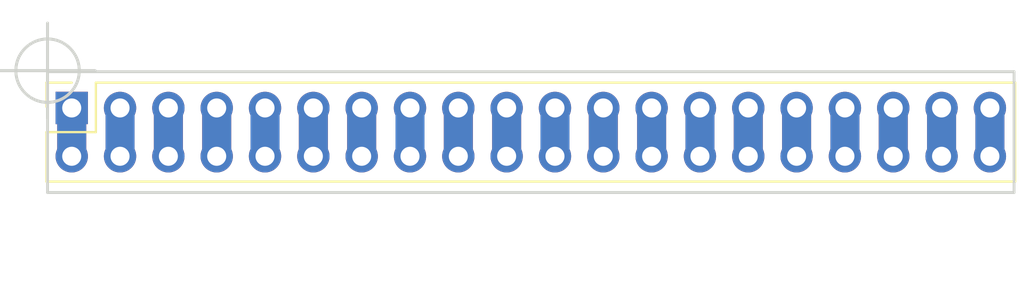
<source format=kicad_pcb>
(kicad_pcb (version 4) (host pcbnew 4.0.6)

  (general
    (links 20)
    (no_connects 0)
    (area 111.8 105.959 165.845001 120.963)
    (thickness 1.6)
    (drawings 6)
    (tracks 40)
    (zones 0)
    (modules 1)
    (nets 21)
  )

  (page USLetter)
  (title_block
    (title "HL2 connector")
    (date 2017-10-10)
    (rev A)
    (company N2ADR)
  )

  (layers
    (0 F.Cu signal)
    (31 B.Cu signal)
    (32 B.Adhes user)
    (33 F.Adhes user)
    (34 B.Paste user)
    (35 F.Paste user)
    (36 B.SilkS user)
    (37 F.SilkS user)
    (38 B.Mask user)
    (39 F.Mask user)
    (40 Dwgs.User user)
    (41 Cmts.User user)
    (42 Eco1.User user)
    (43 Eco2.User user)
    (44 Edge.Cuts user)
    (45 Margin user)
    (46 B.CrtYd user)
    (47 F.CrtYd user)
    (48 B.Fab user)
    (49 F.Fab user)
  )

  (setup
    (last_trace_width 0.25)
    (user_trace_width 1.27)
    (user_trace_width 1.524)
    (trace_clearance 0.2)
    (zone_clearance 0.508)
    (zone_45_only no)
    (trace_min 0.2)
    (segment_width 0.2)
    (edge_width 0.15)
    (via_size 0.6)
    (via_drill 0.4)
    (via_min_size 0.4)
    (via_min_drill 0.3)
    (uvia_size 0.3)
    (uvia_drill 0.1)
    (uvias_allowed no)
    (uvia_min_size 0)
    (uvia_min_drill 0)
    (pcb_text_width 0.3)
    (pcb_text_size 1.5 1.5)
    (mod_edge_width 0.15)
    (mod_text_size 1 1)
    (mod_text_width 0.15)
    (pad_size 1.524 1.524)
    (pad_drill 0.762)
    (pad_to_mask_clearance 0.2)
    (aux_axis_origin 114.3 109.8)
    (visible_elements 7FFFFFFF)
    (pcbplotparams
      (layerselection 0x010f0_80000001)
      (usegerberextensions false)
      (excludeedgelayer true)
      (linewidth 0.100000)
      (plotframeref false)
      (viasonmask false)
      (mode 1)
      (useauxorigin true)
      (hpglpennumber 1)
      (hpglpenspeed 20)
      (hpglpendiameter 15)
      (hpglpenoverlay 2)
      (psnegative false)
      (psa4output false)
      (plotreference false)
      (plotvalue false)
      (plotinvisibletext false)
      (padsonsilk false)
      (subtractmaskfromsilk false)
      (outputformat 1)
      (mirror false)
      (drillshape 0)
      (scaleselection 1)
      (outputdirectory gerber/))
  )

  (net 0 "")
  (net 1 "Net-(P1-Pad1)")
  (net 2 "Net-(P1-Pad3)")
  (net 3 "Net-(P1-Pad5)")
  (net 4 "Net-(P1-Pad7)")
  (net 5 "Net-(P1-Pad10)")
  (net 6 "Net-(P1-Pad11)")
  (net 7 "Net-(P1-Pad13)")
  (net 8 "Net-(P1-Pad15)")
  (net 9 "Net-(P1-Pad17)")
  (net 10 "Net-(P1-Pad19)")
  (net 11 "Net-(P1-Pad21)")
  (net 12 "Net-(P1-Pad23)")
  (net 13 "Net-(P1-Pad25)")
  (net 14 "Net-(P1-Pad27)")
  (net 15 "Net-(P1-Pad29)")
  (net 16 "Net-(P1-Pad31)")
  (net 17 "Net-(P1-Pad33)")
  (net 18 "Net-(P1-Pad35)")
  (net 19 "Net-(P1-Pad37)")
  (net 20 "Net-(P1-Pad39)")

  (net_class Default "This is the default net class."
    (clearance 0.2)
    (trace_width 0.25)
    (via_dia 0.6)
    (via_drill 0.4)
    (uvia_dia 0.3)
    (uvia_drill 0.1)
    (add_net "Net-(P1-Pad1)")
    (add_net "Net-(P1-Pad10)")
    (add_net "Net-(P1-Pad11)")
    (add_net "Net-(P1-Pad13)")
    (add_net "Net-(P1-Pad15)")
    (add_net "Net-(P1-Pad17)")
    (add_net "Net-(P1-Pad19)")
    (add_net "Net-(P1-Pad21)")
    (add_net "Net-(P1-Pad23)")
    (add_net "Net-(P1-Pad25)")
    (add_net "Net-(P1-Pad27)")
    (add_net "Net-(P1-Pad29)")
    (add_net "Net-(P1-Pad3)")
    (add_net "Net-(P1-Pad31)")
    (add_net "Net-(P1-Pad33)")
    (add_net "Net-(P1-Pad35)")
    (add_net "Net-(P1-Pad37)")
    (add_net "Net-(P1-Pad39)")
    (add_net "Net-(P1-Pad5)")
    (add_net "Net-(P1-Pad7)")
  )

  (module Socket_Strips:Socket_Strip_Straight_2x20_Pitch2.54mm (layer F.Cu) (tedit 5A046B26) (tstamp 5A0469A8)
    (at 115.57 111.76 90)
    (descr "Through hole straight socket strip, 2x20, 2.54mm pitch, double rows")
    (tags "Through hole socket strip THT 2x20 2.54mm double row")
    (path /5A0468E7)
    (fp_text reference P1 (at -8.128 27.432 180) (layer F.SilkS) hide
      (effects (font (size 1 1) (thickness 0.15)))
    )
    (fp_text value Conn_02x20_Odd_Even (at 4.826 28.194 180) (layer F.Fab)
      (effects (font (size 1 1) (thickness 0.15)))
    )
    (fp_line (start -3.81 -1.27) (end -3.81 49.53) (layer F.Fab) (width 0.1))
    (fp_line (start -3.81 49.53) (end 1.27 49.53) (layer F.Fab) (width 0.1))
    (fp_line (start 1.27 49.53) (end 1.27 -1.27) (layer F.Fab) (width 0.1))
    (fp_line (start 1.27 -1.27) (end -3.81 -1.27) (layer F.Fab) (width 0.1))
    (fp_line (start 1.33 1.27) (end 1.33 49.59) (layer F.SilkS) (width 0.12))
    (fp_line (start 1.33 49.59) (end -3.87 49.59) (layer F.SilkS) (width 0.12))
    (fp_line (start -3.87 49.59) (end -3.87 -1.33) (layer F.SilkS) (width 0.12))
    (fp_line (start -3.87 -1.33) (end -1.27 -1.33) (layer F.SilkS) (width 0.12))
    (fp_line (start -1.27 -1.33) (end -1.27 1.27) (layer F.SilkS) (width 0.12))
    (fp_line (start -1.27 1.27) (end 1.33 1.27) (layer F.SilkS) (width 0.12))
    (fp_line (start 1.33 0) (end 1.33 -1.33) (layer F.SilkS) (width 0.12))
    (fp_line (start 1.33 -1.33) (end 0.06 -1.33) (layer F.SilkS) (width 0.12))
    (fp_line (start -4.35 -1.8) (end -4.35 50.05) (layer F.CrtYd) (width 0.05))
    (fp_line (start -4.35 50.05) (end 1.8 50.05) (layer F.CrtYd) (width 0.05))
    (fp_line (start 1.8 50.05) (end 1.8 -1.8) (layer F.CrtYd) (width 0.05))
    (fp_line (start 1.8 -1.8) (end -4.35 -1.8) (layer F.CrtYd) (width 0.05))
    (fp_text user %R (at -8.382 27.432 180) (layer F.Fab)
      (effects (font (size 1 1) (thickness 0.15)))
    )
    (pad 1 thru_hole rect (at 0 0 90) (size 1.7 1.7) (drill 1) (layers *.Cu *.Mask)
      (net 1 "Net-(P1-Pad1)"))
    (pad 2 thru_hole oval (at -2.54 0 90) (size 1.7 1.7) (drill 1) (layers *.Cu *.Mask)
      (net 1 "Net-(P1-Pad1)"))
    (pad 3 thru_hole oval (at 0 2.54 90) (size 1.7 1.7) (drill 1) (layers *.Cu *.Mask)
      (net 2 "Net-(P1-Pad3)"))
    (pad 4 thru_hole oval (at -2.54 2.54 90) (size 1.7 1.7) (drill 1) (layers *.Cu *.Mask)
      (net 2 "Net-(P1-Pad3)"))
    (pad 5 thru_hole oval (at 0 5.08 90) (size 1.7 1.7) (drill 1) (layers *.Cu *.Mask)
      (net 3 "Net-(P1-Pad5)"))
    (pad 6 thru_hole oval (at -2.54 5.08 90) (size 1.7 1.7) (drill 1) (layers *.Cu *.Mask)
      (net 3 "Net-(P1-Pad5)"))
    (pad 7 thru_hole oval (at 0 7.62 90) (size 1.7 1.7) (drill 1) (layers *.Cu *.Mask)
      (net 4 "Net-(P1-Pad7)"))
    (pad 8 thru_hole oval (at -2.54 7.62 90) (size 1.7 1.7) (drill 1) (layers *.Cu *.Mask)
      (net 4 "Net-(P1-Pad7)"))
    (pad 9 thru_hole oval (at 0 10.16 90) (size 1.7 1.7) (drill 1) (layers *.Cu *.Mask)
      (net 5 "Net-(P1-Pad10)"))
    (pad 10 thru_hole oval (at -2.54 10.16 90) (size 1.7 1.7) (drill 1) (layers *.Cu *.Mask)
      (net 5 "Net-(P1-Pad10)"))
    (pad 11 thru_hole oval (at 0 12.7 90) (size 1.7 1.7) (drill 1) (layers *.Cu *.Mask)
      (net 6 "Net-(P1-Pad11)"))
    (pad 12 thru_hole oval (at -2.54 12.7 90) (size 1.7 1.7) (drill 1) (layers *.Cu *.Mask)
      (net 6 "Net-(P1-Pad11)"))
    (pad 13 thru_hole oval (at 0 15.24 90) (size 1.7 1.7) (drill 1) (layers *.Cu *.Mask)
      (net 7 "Net-(P1-Pad13)"))
    (pad 14 thru_hole oval (at -2.54 15.24 90) (size 1.7 1.7) (drill 1) (layers *.Cu *.Mask)
      (net 7 "Net-(P1-Pad13)"))
    (pad 15 thru_hole oval (at 0 17.78 90) (size 1.7 1.7) (drill 1) (layers *.Cu *.Mask)
      (net 8 "Net-(P1-Pad15)"))
    (pad 16 thru_hole oval (at -2.54 17.78 90) (size 1.7 1.7) (drill 1) (layers *.Cu *.Mask)
      (net 8 "Net-(P1-Pad15)"))
    (pad 17 thru_hole oval (at 0 20.32 90) (size 1.7 1.7) (drill 1) (layers *.Cu *.Mask)
      (net 9 "Net-(P1-Pad17)"))
    (pad 18 thru_hole oval (at -2.54 20.32 90) (size 1.7 1.7) (drill 1) (layers *.Cu *.Mask)
      (net 9 "Net-(P1-Pad17)"))
    (pad 19 thru_hole oval (at 0 22.86 90) (size 1.7 1.7) (drill 1) (layers *.Cu *.Mask)
      (net 10 "Net-(P1-Pad19)"))
    (pad 20 thru_hole oval (at -2.54 22.86 90) (size 1.7 1.7) (drill 1) (layers *.Cu *.Mask)
      (net 10 "Net-(P1-Pad19)"))
    (pad 21 thru_hole oval (at 0 25.4 90) (size 1.7 1.7) (drill 1) (layers *.Cu *.Mask)
      (net 11 "Net-(P1-Pad21)"))
    (pad 22 thru_hole oval (at -2.54 25.4 90) (size 1.7 1.7) (drill 1) (layers *.Cu *.Mask)
      (net 11 "Net-(P1-Pad21)"))
    (pad 23 thru_hole oval (at 0 27.94 90) (size 1.7 1.7) (drill 1) (layers *.Cu *.Mask)
      (net 12 "Net-(P1-Pad23)"))
    (pad 24 thru_hole oval (at -2.54 27.94 90) (size 1.7 1.7) (drill 1) (layers *.Cu *.Mask)
      (net 12 "Net-(P1-Pad23)"))
    (pad 25 thru_hole oval (at 0 30.48 90) (size 1.7 1.7) (drill 1) (layers *.Cu *.Mask)
      (net 13 "Net-(P1-Pad25)"))
    (pad 26 thru_hole oval (at -2.54 30.48 90) (size 1.7 1.7) (drill 1) (layers *.Cu *.Mask)
      (net 13 "Net-(P1-Pad25)"))
    (pad 27 thru_hole oval (at 0 33.02 90) (size 1.7 1.7) (drill 1) (layers *.Cu *.Mask)
      (net 14 "Net-(P1-Pad27)"))
    (pad 28 thru_hole oval (at -2.54 33.02 90) (size 1.7 1.7) (drill 1) (layers *.Cu *.Mask)
      (net 14 "Net-(P1-Pad27)"))
    (pad 29 thru_hole oval (at 0 35.56 90) (size 1.7 1.7) (drill 1) (layers *.Cu *.Mask)
      (net 15 "Net-(P1-Pad29)"))
    (pad 30 thru_hole oval (at -2.54 35.56 90) (size 1.7 1.7) (drill 1) (layers *.Cu *.Mask)
      (net 15 "Net-(P1-Pad29)"))
    (pad 31 thru_hole oval (at 0 38.1 90) (size 1.7 1.7) (drill 1) (layers *.Cu *.Mask)
      (net 16 "Net-(P1-Pad31)"))
    (pad 32 thru_hole oval (at -2.54 38.1 90) (size 1.7 1.7) (drill 1) (layers *.Cu *.Mask)
      (net 16 "Net-(P1-Pad31)"))
    (pad 33 thru_hole oval (at 0 40.64 90) (size 1.7 1.7) (drill 1) (layers *.Cu *.Mask)
      (net 17 "Net-(P1-Pad33)"))
    (pad 34 thru_hole oval (at -2.54 40.64 90) (size 1.7 1.7) (drill 1) (layers *.Cu *.Mask)
      (net 17 "Net-(P1-Pad33)"))
    (pad 35 thru_hole oval (at 0 43.18 90) (size 1.7 1.7) (drill 1) (layers *.Cu *.Mask)
      (net 18 "Net-(P1-Pad35)"))
    (pad 36 thru_hole oval (at -2.54 43.18 90) (size 1.7 1.7) (drill 1) (layers *.Cu *.Mask)
      (net 18 "Net-(P1-Pad35)"))
    (pad 37 thru_hole oval (at 0 45.72 90) (size 1.7 1.7) (drill 1) (layers *.Cu *.Mask)
      (net 19 "Net-(P1-Pad37)"))
    (pad 38 thru_hole oval (at -2.54 45.72 90) (size 1.7 1.7) (drill 1) (layers *.Cu *.Mask)
      (net 19 "Net-(P1-Pad37)"))
    (pad 39 thru_hole oval (at 0 48.26 90) (size 1.7 1.7) (drill 1) (layers *.Cu *.Mask)
      (net 20 "Net-(P1-Pad39)"))
    (pad 40 thru_hole oval (at -2.54 48.26 90) (size 1.7 1.7) (drill 1) (layers *.Cu *.Mask)
      (net 20 "Net-(P1-Pad39)"))
    (model ${KISYS3DMOD}/Socket_Strips.3dshapes/Socket_Strip_Straight_2x20_Pitch2.54mm.wrl
      (at (xyz -0.05 -0.95 0))
      (scale (xyz 1 1 1))
      (rotate (xyz 0 0 270))
    )
  )

  (target plus (at 114.3 109.8) (size 5) (width 0.15) (layer Edge.Cuts))
  (target plus (at 114.3 109.8) (size 5) (width 0.15) (layer Edge.Cuts))
  (gr_line (start 165.1 109.855) (end 114.3 109.855) (angle 90) (layer Edge.Cuts) (width 0.15))
  (gr_line (start 165.1 116.205) (end 165.1 109.855) (angle 90) (layer Edge.Cuts) (width 0.15))
  (gr_line (start 114.3 116.205) (end 165.1 116.205) (angle 90) (layer Edge.Cuts) (width 0.15))
  (gr_line (start 114.3 109.855) (end 114.3 116.205) (angle 90) (layer Edge.Cuts) (width 0.15))

  (segment (start 115.57 111.76) (end 115.57 114.3) (width 1.524) (layer F.Cu) (net 1))
  (segment (start 115.57 111.76) (end 115.57 114.3) (width 1.524) (layer B.Cu) (net 1))
  (segment (start 118.11 111.76) (end 118.11 114.3) (width 1.524) (layer B.Cu) (net 2))
  (segment (start 118.11 111.76) (end 118.11 114.3) (width 1.524) (layer F.Cu) (net 2))
  (segment (start 120.65 111.76) (end 120.65 114.3) (width 1.524) (layer B.Cu) (net 3))
  (segment (start 120.65 111.76) (end 120.65 114.3) (width 1.524) (layer F.Cu) (net 3))
  (segment (start 123.19 111.76) (end 123.19 114.3) (width 1.524) (layer B.Cu) (net 4))
  (segment (start 123.19 111.76) (end 123.19 114.3) (width 1.524) (layer F.Cu) (net 4))
  (segment (start 125.73 111.76) (end 125.73 114.3) (width 1.524) (layer B.Cu) (net 5))
  (segment (start 125.73 111.76) (end 125.73 114.3) (width 1.524) (layer F.Cu) (net 5))
  (segment (start 128.27 111.76) (end 128.27 114.3) (width 1.524) (layer B.Cu) (net 6))
  (segment (start 128.27 111.76) (end 128.27 114.3) (width 1.524) (layer F.Cu) (net 6))
  (segment (start 130.81 111.76) (end 130.81 114.3) (width 1.524) (layer B.Cu) (net 7))
  (segment (start 130.81 111.76) (end 130.81 114.3) (width 1.524) (layer F.Cu) (net 7))
  (segment (start 133.35 111.76) (end 133.35 114.3) (width 1.524) (layer B.Cu) (net 8))
  (segment (start 133.35 111.76) (end 133.35 114.3) (width 1.524) (layer F.Cu) (net 8))
  (segment (start 135.89 111.76) (end 135.89 114.3) (width 1.524) (layer B.Cu) (net 9))
  (segment (start 135.89 111.76) (end 135.89 114.3) (width 1.524) (layer F.Cu) (net 9))
  (segment (start 138.43 111.76) (end 138.43 114.3) (width 1.524) (layer B.Cu) (net 10))
  (segment (start 138.43 111.76) (end 138.43 114.3) (width 1.524) (layer F.Cu) (net 10))
  (segment (start 140.97 111.76) (end 140.97 114.3) (width 1.524) (layer B.Cu) (net 11))
  (segment (start 140.97 111.76) (end 140.97 114.3) (width 1.524) (layer F.Cu) (net 11))
  (segment (start 143.51 111.76) (end 143.51 114.3) (width 1.524) (layer B.Cu) (net 12))
  (segment (start 143.51 111.76) (end 143.51 114.3) (width 1.524) (layer F.Cu) (net 12))
  (segment (start 146.05 111.76) (end 146.05 114.3) (width 1.524) (layer B.Cu) (net 13))
  (segment (start 146.05 111.76) (end 146.05 114.3) (width 1.524) (layer F.Cu) (net 13))
  (segment (start 148.59 111.76) (end 148.59 114.3) (width 1.524) (layer B.Cu) (net 14))
  (segment (start 148.59 111.76) (end 148.59 114.3) (width 1.524) (layer F.Cu) (net 14))
  (segment (start 151.13 111.76) (end 151.13 114.3) (width 1.524) (layer B.Cu) (net 15))
  (segment (start 151.13 111.76) (end 151.13 114.3) (width 1.524) (layer F.Cu) (net 15))
  (segment (start 153.67 111.76) (end 153.67 114.3) (width 1.524) (layer B.Cu) (net 16))
  (segment (start 153.67 111.76) (end 153.67 114.3) (width 1.524) (layer F.Cu) (net 16))
  (segment (start 156.21 111.76) (end 156.21 114.3) (width 1.524) (layer B.Cu) (net 17))
  (segment (start 156.21 111.76) (end 156.21 114.3) (width 1.524) (layer F.Cu) (net 17))
  (segment (start 158.75 111.76) (end 158.75 114.3) (width 1.524) (layer B.Cu) (net 18))
  (segment (start 158.75 111.76) (end 158.75 114.3) (width 1.524) (layer F.Cu) (net 18))
  (segment (start 161.29 111.76) (end 161.29 114.3) (width 1.524) (layer B.Cu) (net 19))
  (segment (start 161.29 111.76) (end 161.29 114.3) (width 1.524) (layer F.Cu) (net 19))
  (segment (start 163.83 111.76) (end 163.83 114.3) (width 1.524) (layer B.Cu) (net 20))
  (segment (start 163.83 111.76) (end 163.83 114.3) (width 1.524) (layer F.Cu) (net 20))

)

</source>
